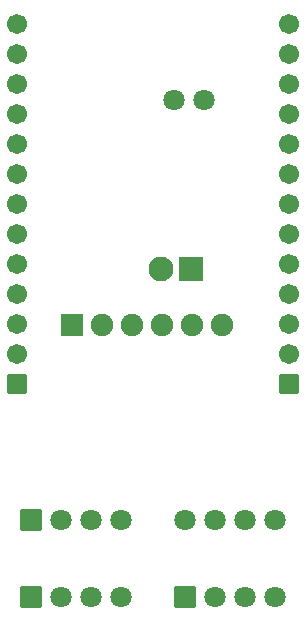
<source format=gbs>
G04 Layer: BottomSolderMaskLayer*
G04 EasyEDA v6.5.29, 2023-07-08 22:53:17*
G04 f4c6c8685b5442dcac5e84d632293f1e,52c161dc85b4440087471843f8ea1cfe,10*
G04 Gerber Generator version 0.2*
G04 Scale: 100 percent, Rotated: No, Reflected: No *
G04 Dimensions in millimeters *
G04 leading zeros omitted , absolute positions ,4 integer and 5 decimal *
%FSLAX45Y45*%
%MOMM*%

%AMMACRO1*1,1,$1,$2,$3*1,1,$1,$4,$5*1,1,$1,0-$2,0-$3*1,1,$1,0-$4,0-$5*20,1,$1,$2,$3,$4,$5,0*20,1,$1,$4,$5,0-$2,0-$3,0*20,1,$1,0-$2,0-$3,0-$4,0-$5,0*20,1,$1,0-$4,0-$5,$2,$3,0*4,1,4,$2,$3,$4,$5,0-$2,0-$3,0-$4,0-$5,$2,$3,0*%
%ADD10MACRO1,0.1016X0.8X-0.8X0.8X0.8*%
%ADD11C,1.7016*%
%ADD12MACRO1,0.1016X1X-1X-1X-1*%
%ADD13C,2.1016*%
%ADD14MACRO1,0.1016X-0.85X0.85X0.85X0.85*%
%ADD15C,1.8016*%
%ADD16C,1.9016*%
%ADD17MACRO1,0.1016X-0.9X0.9X0.9X0.9*%

%LPD*%
D10*
G01*
X10599978Y10745975D03*
D11*
G01*
X10599978Y10999978D03*
G01*
X10599978Y11253978D03*
G01*
X10599978Y11507978D03*
G01*
X10599978Y11761978D03*
G01*
X10599978Y12015978D03*
G01*
X10599978Y12269978D03*
G01*
X10599978Y12523978D03*
G01*
X10599978Y12777978D03*
G01*
X10599978Y13031978D03*
G01*
X10599978Y13285978D03*
G01*
X10599978Y13539978D03*
G01*
X10599978Y13793978D03*
D10*
G01*
X8299983Y10745975D03*
D11*
G01*
X8299983Y10999978D03*
G01*
X8299983Y11253978D03*
G01*
X8299983Y11507978D03*
G01*
X8299983Y11761978D03*
G01*
X8299983Y12015978D03*
G01*
X8299983Y12269978D03*
G01*
X8299983Y12523978D03*
G01*
X8299983Y12777978D03*
G01*
X8299983Y13031978D03*
G01*
X8299983Y13285978D03*
G01*
X8299983Y13539978D03*
G01*
X8299983Y13793978D03*
D12*
G01*
X9766980Y11719976D03*
D13*
G01*
X9512985Y11719966D03*
D14*
G01*
X8418983Y9599979D03*
D15*
G01*
X8672982Y9599980D03*
G01*
X8926982Y9599980D03*
G01*
X9180982Y9599980D03*
D14*
G01*
X8418983Y8949980D03*
D15*
G01*
X8672982Y8949969D03*
G01*
X8926982Y8949969D03*
G01*
X9180982Y8949969D03*
G01*
X9718979Y9599980D03*
G01*
X9972979Y9599980D03*
G01*
X10226979Y9599980D03*
G01*
X10480979Y9599980D03*
D14*
G01*
X9718981Y8949980D03*
D15*
G01*
X9972979Y8949969D03*
G01*
X10226979Y8949969D03*
G01*
X10480979Y8949969D03*
D16*
G01*
X10034981Y11249964D03*
G01*
X9780981Y11249964D03*
G01*
X9526981Y11249964D03*
G01*
X9272981Y11249964D03*
G01*
X9018981Y11249964D03*
D17*
G01*
X8764981Y11249977D03*
D15*
G01*
X9876993Y13149961D03*
G01*
X9622993Y13149961D03*
M02*

</source>
